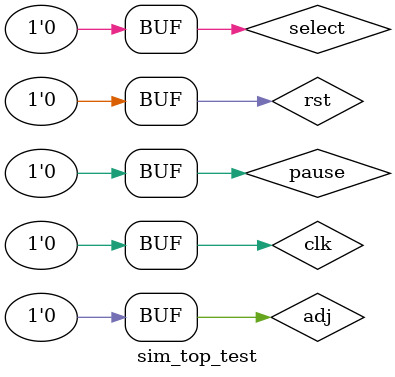
<source format=v>
`timescale 1ns / 1ps


module sim_top_test;

	// Inputs
	reg clk;
	reg pause;
	reg rst;
	reg adj;
	reg select;

	// Outputs
	wire [3:0] anode;
	wire [6:0] cathode;

	// Instantiate the Unit Under Test (UUT)
	sim_top uut (
		.clk(clk), 
		.pause(pause), 
		.rst(rst), 
		.adj(adj), 
		.select(select), 
		.anode(anode), 
		.cathode(cathode)
	);

	initial begin
		// Initialize Inputs
		clk = 0;
		pause = 0;
		rst = 0;
		adj = 0;
		select = 0;

		// Wait 100 ns for global reset to finish
		#100;
        
		// Add stimulus here

	end
      
endmodule


</source>
